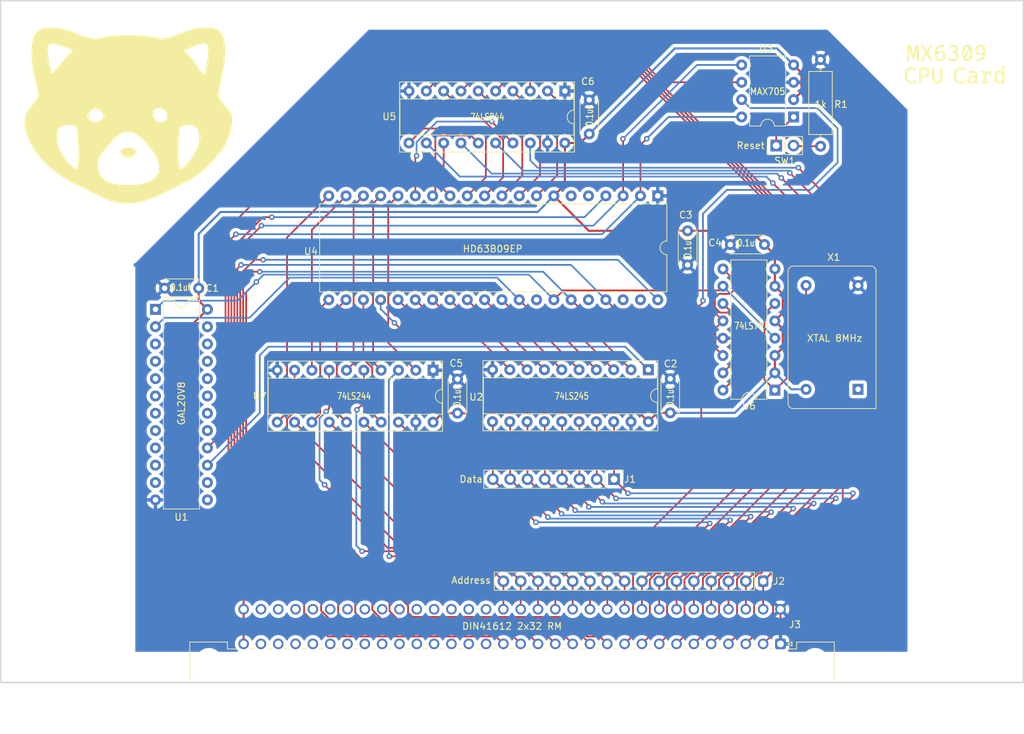
<source format=kicad_pcb>
(kicad_pcb (version 20211014) (generator pcbnew)

  (general
    (thickness 1.6)
  )

  (paper "A3")
  (layers
    (0 "F.Cu" signal)
    (31 "B.Cu" signal)
    (32 "B.Adhes" user "B.Adhesive")
    (33 "F.Adhes" user "F.Adhesive")
    (34 "B.Paste" user)
    (35 "F.Paste" user)
    (36 "B.SilkS" user "B.Silkscreen")
    (37 "F.SilkS" user "F.Silkscreen")
    (38 "B.Mask" user)
    (39 "F.Mask" user)
    (40 "Dwgs.User" user "User.Drawings")
    (41 "Cmts.User" user "User.Comments")
    (42 "Eco1.User" user "User.Eco1")
    (43 "Eco2.User" user "User.Eco2")
    (44 "Edge.Cuts" user)
    (45 "Margin" user)
    (46 "B.CrtYd" user "B.Courtyard")
    (47 "F.CrtYd" user "F.Courtyard")
    (48 "B.Fab" user)
    (49 "F.Fab" user)
    (50 "User.1" user)
    (51 "User.2" user)
    (52 "User.3" user)
    (53 "User.4" user)
    (54 "User.5" user)
    (55 "User.6" user)
    (56 "User.7" user)
    (57 "User.8" user)
    (58 "User.9" user)
  )

  (setup
    (stackup
      (layer "F.SilkS" (type "Top Silk Screen") (color "White"))
      (layer "F.Paste" (type "Top Solder Paste"))
      (layer "F.Mask" (type "Top Solder Mask") (color "#279D8578") (thickness 0.01))
      (layer "F.Cu" (type "copper") (thickness 0.035))
      (layer "dielectric 1" (type "core") (thickness 1.51) (material "FR4") (epsilon_r 4.5) (loss_tangent 0.02))
      (layer "B.Cu" (type "copper") (thickness 0.035))
      (layer "B.Mask" (type "Bottom Solder Mask") (color "#279D8578") (thickness 0.01))
      (layer "B.Paste" (type "Bottom Solder Paste"))
      (layer "B.SilkS" (type "Bottom Silk Screen") (color "White"))
      (copper_finish "None")
      (dielectric_constraints no)
    )
    (pad_to_mask_clearance 0)
    (pcbplotparams
      (layerselection 0x00010fc_ffffffff)
      (disableapertmacros false)
      (usegerberextensions false)
      (usegerberattributes true)
      (usegerberadvancedattributes true)
      (creategerberjobfile true)
      (svguseinch false)
      (svgprecision 6)
      (excludeedgelayer true)
      (plotframeref false)
      (viasonmask false)
      (mode 1)
      (useauxorigin false)
      (hpglpennumber 1)
      (hpglpenspeed 20)
      (hpglpendiameter 15.000000)
      (dxfpolygonmode true)
      (dxfimperialunits true)
      (dxfusepcbnewfont true)
      (psnegative false)
      (psa4output false)
      (plotreference true)
      (plotvalue true)
      (plotinvisibletext false)
      (sketchpadsonfab false)
      (subtractmaskfromsilk false)
      (outputformat 1)
      (mirror false)
      (drillshape 0)
      (scaleselection 1)
      (outputdirectory "gerbers/cpu_board/")
    )
  )

  (net 0 "")
  (net 1 "GND")
  (net 2 "Net-(J2-Pad1)")
  (net 3 "Net-(J2-Pad2)")
  (net 4 "Net-(J2-Pad3)")
  (net 5 "Net-(J2-Pad4)")
  (net 6 "Net-(J2-Pad5)")
  (net 7 "Net-(J2-Pad6)")
  (net 8 "Net-(J2-Pad7)")
  (net 9 "Net-(J2-Pad8)")
  (net 10 "unconnected-(J3-Pad18)")
  (net 11 "unconnected-(J3-Pad19)")
  (net 12 "unconnected-(J3-Pad20)")
  (net 13 "unconnected-(J3-Pad21)")
  (net 14 "unconnected-(J3-Pad22)")
  (net 15 "unconnected-(J3-Pad23)")
  (net 16 "VCC")
  (net 17 "unconnected-(J3-Pad24)")
  (net 18 "unconnected-(J3-Pad25)")
  (net 19 "unconnected-(J3-Pad26)")
  (net 20 "unconnected-(J3-Pad27)")
  (net 21 "unconnected-(J3-Pad28)")
  (net 22 "unconnected-(J3-Pad29)")
  (net 23 "unconnected-(J3-Pad30)")
  (net 24 "unconnected-(J3-Pad31)")
  (net 25 "unconnected-(J3-Pad34)")
  (net 26 "unconnected-(J3-Pad35)")
  (net 27 "unconnected-(J3-Pad36)")
  (net 28 "unconnected-(J3-Pad37)")
  (net 29 "unconnected-(J3-Pad38)")
  (net 30 "unconnected-(J3-Pad39)")
  (net 31 "unconnected-(J3-Pad40)")
  (net 32 "unconnected-(J3-Pad41)")
  (net 33 "unconnected-(J3-Pad42)")
  (net 34 "unconnected-(J3-Pad43)")
  (net 35 "unconnected-(J3-Pad44)")
  (net 36 "unconnected-(J3-Pad45)")
  (net 37 "unconnected-(J3-Pad46)")
  (net 38 "unconnected-(J3-Pad47)")
  (net 39 "unconnected-(U1-Pad3)")
  (net 40 "unconnected-(U1-Pad7)")
  (net 41 "Net-(SW1-Pad1)")
  (net 42 "/D0")
  (net 43 "/D1")
  (net 44 "/D2")
  (net 45 "/D3")
  (net 46 "/D4")
  (net 47 "/D5")
  (net 48 "/D6")
  (net 49 "/D7")
  (net 50 "/~{NMI}")
  (net 51 "/~{FIRQ}")
  (net 52 "/~{IRQ}")
  (net 53 "/~{RES}")
  (net 54 "/~{HALT}")
  (net 55 "/Q")
  (net 56 "/E")
  (net 57 "/R{slash}~{W}")
  (net 58 "unconnected-(U1-Pad4)")
  (net 59 "unconnected-(U1-Pad5)")
  (net 60 "unconnected-(U1-Pad6)")
  (net 61 "unconnected-(U1-Pad8)")
  (net 62 "unconnected-(U4-Pad5)")
  (net 63 "unconnected-(U4-Pad6)")
  (net 64 "unconnected-(U1-Pad9)")
  (net 65 "unconnected-(U1-Pad10)")
  (net 66 "unconnected-(U1-Pad11)")
  (net 67 "unconnected-(U1-Pad13)")
  (net 68 "unconnected-(U1-Pad14)")
  (net 69 "Net-(U1-Pad15)")
  (net 70 "Net-(U1-Pad16)")
  (net 71 "unconnected-(U1-Pad17)")
  (net 72 "unconnected-(U1-Pad18)")
  (net 73 "unconnected-(U1-Pad19)")
  (net 74 "unconnected-(U1-Pad20)")
  (net 75 "unconnected-(U1-Pad21)")
  (net 76 "unconnected-(U1-Pad22)")
  (net 77 "unconnected-(U1-Pad23)")
  (net 78 "Net-(U6-Pad1)")
  (net 79 "Net-(U6-Pad15)")
  (net 80 "Net-(U6-Pad11)")
  (net 81 "unconnected-(X1-Pad1)")
  (net 82 "Net-(J1-Pad1)")
  (net 83 "Net-(J1-Pad2)")
  (net 84 "Net-(R1-Pad2)")
  (net 85 "Net-(J1-Pad3)")
  (net 86 "Net-(J1-Pad4)")
  (net 87 "Net-(J1-Pad5)")
  (net 88 "Net-(J1-Pad6)")
  (net 89 "unconnected-(U4-Pad33)")
  (net 90 "unconnected-(U4-Pad36)")
  (net 91 "unconnected-(U4-Pad38)")
  (net 92 "unconnected-(U4-Pad39)")
  (net 93 "/A0")
  (net 94 "/A1")
  (net 95 "/A2")
  (net 96 "/A3")
  (net 97 "/A4")
  (net 98 "/A5")
  (net 99 "/A6")
  (net 100 "/A7")
  (net 101 "/A8")
  (net 102 "/A9")
  (net 103 "/A10")
  (net 104 "/A11")
  (net 105 "/A12")
  (net 106 "/A13")
  (net 107 "/A14")
  (net 108 "/A15")
  (net 109 "Net-(J1-Pad7)")
  (net 110 "Net-(J1-Pad8)")
  (net 111 "Net-(J2-Pad9)")
  (net 112 "Net-(J2-Pad10)")
  (net 113 "Net-(J2-Pad11)")
  (net 114 "Net-(J2-Pad12)")
  (net 115 "Net-(J2-Pad13)")
  (net 116 "Net-(J2-Pad14)")
  (net 117 "Net-(J2-Pad15)")
  (net 118 "Net-(J2-Pad16)")

  (footprint "Package_DIP:DIP-20_W7.62mm_Socket" (layer "F.Cu") (at 269.99 154.13 -90))

  (footprint "Capacitor_THT:C_Disc_D4.7mm_W2.5mm_P5.00mm" (layer "F.Cu") (at 275.75 138.75 90))

  (footprint "Connector_PinHeader_2.54mm:PinHeader_1x02_P2.54mm_Vertical" (layer "F.Cu") (at 288.75 121.25 90))

  (footprint "Package_DIP:DIP-40_W15.24mm" (layer "F.Cu") (at 271.375 128.625 -90))

  (footprint "Package_DIP:DIP-16_W7.62mm" (layer "F.Cu") (at 288.55 157.125 180))

  (footprint "card_bus_2_32:DIN41612_R_2x32_Male_Horizontal_THT" (layer "F.Cu") (at 248.73 153.1575 -90))

  (footprint "Package_DIP:DIP-20_W7.62mm_Socket" (layer "F.Cu") (at 257.75 113.25 -90))

  (footprint "Capacitor_THT:C_Disc_D4.7mm_W2.5mm_P5.00mm" (layer "F.Cu") (at 242 160.5 90))

  (footprint "Capacitor_THT:C_Disc_D4.7mm_W2.5mm_P5.00mm" (layer "F.Cu") (at 287.018362 135.762588 180))

  (footprint "Capacitor_THT:C_Disc_D4.7mm_W2.5mm_P5.00mm" (layer "F.Cu") (at 261.325 119.55 90))

  (footprint "Package_DIP:DIP-8_W7.62mm" (layer "F.Cu") (at 291.3 117.05 180))

  (footprint "Connector_PinHeader_2.54mm:PinHeader_1x16_P2.54mm_Vertical" (layer "F.Cu") (at 286.829421 185.147278 -90))

  (footprint "Resistor_THT:R_Axial_DIN0309_L9.0mm_D3.2mm_P12.70mm_Horizontal" (layer "F.Cu") (at 295.25 108.65 -90))

  (footprint "Capacitor_THT:C_Disc_D4.7mm_W2.5mm_P5.00mm" (layer "F.Cu") (at 273.204695 160.453389 90))

  (footprint "Package_DIP:DIP-24_W7.62mm" (layer "F.Cu") (at 197.7 145.275))

  (footprint "Package_DIP:DIP-20_W7.62mm_Socket" (layer "F.Cu") (at 238.425 154.2 -90))

  (footprint "Connector_PinHeader_2.54mm:PinHeader_1x08_P2.54mm_Vertical" (layer "F.Cu") (at 264.966646 170.185468 -90))

  (footprint "Oscillator:Oscillator_DIP-14" (layer "F.Cu") (at 300.75 157 90))

  (footprint "Capacitor_THT:C_Disc_D4.7mm_W2.5mm_P5.00mm" (layer "F.Cu") (at 204.039984 142.173489 180))

  (gr_poly
    (pts
      (xy 193.885023 121.669193)
      (xy 194.027426 121.674455)
      (xy 194.093092 121.678504)
      (xy 194.155153 121.683542)
      (xy 194.213675 121.6896)
      (xy 194.268721 121.696711)
      (xy 194.320357 121.704907)
      (xy 194.368646 121.71422)
      (xy 194.413654 121.724684)
      (xy 194.455445 121.736329)
      (xy 194.494084 121.749189)
      (xy 194.529636 121.763295)
      (xy 194.562164 121.778681)
      (xy 194.591734 121.795378)
      (xy 194.618409 121.813418)
      (xy 194.642256 121.832834)
      (xy 194.663338 121.853659)
      (xy 194.68172 121.875924)
      (xy 194.697466 121.899662)
      (xy 194.710641 121.924904)
      (xy 194.72131 121.951685)
      (xy 194.729537 121.980035)
      (xy 194.735388 122.009987)
      (xy 194.738925 122.041573)
      (xy 194.740215 122.074825)
      (xy 194.739321 122.109777)
      (xy 194.736309 122.14646)
      (xy 194.731242 122.184906)
      (xy 194.724186 122.225148)
      (xy 194.715205 122.267218)
      (xy 194.697523 122.344113)
      (xy 194.671315 122.416046)
      (xy 194.637148 122.483019)
      (xy 194.595591 122.545031)
      (xy 194.547214 122.602081)
      (xy 194.492583 122.654171)
      (xy 194.432268 122.7013)
      (xy 194.366837 122.743468)
      (xy 194.296859 122.780675)
      (xy 194.222901 122.812921)
      (xy 194.145533 122.840206)
      (xy 194.065322 122.862531)
      (xy 193.982838 122.879894)
      (xy 193.898649 122.892296)
      (xy 193.813322 122.899738)
      (xy 193.727427 122.902218)
      (xy 193.641533 122.899738)
      (xy 193.556206 122.892296)
      (xy 193.472017 122.879894)
      (xy 193.389532 122.862531)
      (xy 193.309322 122.840206)
      (xy 193.231954 122.812921)
      (xy 193.157996 122.780675)
      (xy 193.088018 122.743468)
      (xy 193.022587 122.7013)
      (xy 192.962272 122.654171)
      (xy 192.907641 122.602081)
      (xy 192.859263 122.545031)
      (xy 192.817707 122.483019)
      (xy 192.78354 122.416046)
      (xy 192.757332 122.344113)
      (xy 192.73965 122.267218)
      (xy 192.723613 122.184906)
      (xy 192.715534 122.109777)
      (xy 192.714641 122.074825)
      (xy 192.71593 122.041573)
      (xy 192.719468 122.009987)
      (xy 192.725318 121.980035)
      (xy 192.733545 121.951685)
      (xy 192.744215 121.924904)
      (xy 192.75739 121.899662)
      (xy 192.773136 121.875924)
      (xy 192.791518 121.853659)
      (xy 192.8126 121.832834)
      (xy 192.836446 121.813418)
      (xy 192.863122 121.795378)
      (xy 192.892692 121.778681)
      (xy 192.92522 121.763295)
      (xy 192.960771 121.749189)
      (xy 192.99941 121.736329)
      (xy 193.086209 121.71422)
      (xy 193.186134 121.696711)
      (xy 193.299702 121.683542)
      (xy 193.427428 121.674455)
      (xy 193.569831 121.669193)
      (xy 193.727427 121.667496)
    ) (layer "F.SilkS") (width 0.2) (fill solid) (tstamp 142cde87-b3f2-407a-913e-e130d5acf3ef))
  (gr_poly
    (pts
      (xy 316.808847 106.496837)
      (xy 316.824838 106.497534)
      (xy 316.840799 106.498594)
      (xy 316.856724 106.500015)
      (xy 316.872607 106.501796)
      (xy 316.88844 106.503937)
      (xy 316.90422 106.506436)
      (xy 316.919938 106.509292)
      (xy 316.93559 106.512504)
      (xy 316.951168 106.516071)
      (xy 316.966668 106.519992)
      (xy 316.982082 106.524266)
      (xy 316.997406 106.528893)
      (xy 317.012632 106.53387)
      (xy 317.027754 106.539197)
      (xy 317.04941 106.547884)
      (xy 317.070591 106.557374)
      (xy 317.091295 106.567668)
      (xy 317.111523 106.578765)
      (xy 317.131276 106.590666)
      (xy 317.150553 106.60337)
      (xy 317.169353 106.616878)
      (xy 317.187678 106.63119)
      (xy 317.205527 106.646305)
      (xy 317.2229 106.662223)
      (xy 317.239797 106.678946)
      (xy 317.256218 106.696472)
      (xy 317.272163 106.714801)
      (xy 317.287632 106.733934)
      (xy 317.302625 106.753871)
      (xy 317.317142 106.774611)
      (xy 317.321471 106.781097)
      (xy 317.325737 106.787624)
      (xy 317.329938 106.794193)
      (xy 317.334075 106.800804)
      (xy 317.352307 106.832123)
      (xy 317.369457 106.86401)
      (xy 317.385515 106.89644)
      (xy 317.400466 106.929382)
      (xy 317.4143 106.96281)
      (xy 317.427003 106.996694)
      (xy 317.438564 107.031006)
      (xy 317.44897 107.065718)
      (xy 317.466095 107.129648)
      (xy 317.480956 107.19672)
      (xy 317.493554 107.266934)
      (xy 317.503888 107.34029)
      (xy 317.511959 107.416789)
      (xy 317.517766 107.49643)
      (xy 317.52131 107.579213)
      (xy 317.522591 107.665139)
      (xy 317.522591 107.670623)
      (xy 317.522462 107.711354)
      (xy 317.521729 107.752071)
      (xy 317.520393 107.792769)
      (xy 317.518453 107.833441)
      (xy 317.515909 107.874079)
      (xy 317.512764 107.914678)
      (xy 317.509016 107.95523)
      (xy 317.504666 107.995728)
      (xy 317.499286 108.037266)
      (xy 317.493203 108.077826)
      (xy 317.486415 108.117406)
      (xy 317.478923 108.156008)
      (xy 317.470726 108.193631)
      (xy 317.461825 108.230275)
      (xy 317.45222 108.265941)
      (xy 317.44191 108.300628)
      (xy 317.430896 108.334336)
      (xy 317.419177 108.367065)
      (xy 317.406754 108.398815)
      (xy 317.393627 108.429587)
      (xy 317.379796 108.45938)
      (xy 317.36526 108.488195)
      (xy 317.35002 108.51603)
      (xy 317.334075 108.542887)
      (xy 317.324751 108.55803)
      (xy 317.315029 108.572892)
      (xy 317.304915 108.587466)
      (xy 317.294415 108.601745)
      (xy 317.283537 108.61572)
      (xy 317.272288 108.629386)
      (xy 317.260674 108.642735)
      (xy 317.248702 108.655759)
      (xy 317.236379 108.668452)
      (xy 317.223712 108.680806)
      (xy 317.210707 108.692814)
      (xy 317.197372 108.704469)
      (xy 317.183714 108.715763)
      (xy 317.169738 108.726689)
      (xy 317.155452 108.73724)
      (xy 317.140864 108.747409)
      (xy 317.12159 108.759592)
      (xy 317.101852 108.770989)
      (xy 317.08165 108.7816)
      (xy 317.060984 108.791425)
      (xy 317.039854 108.800464)
      (xy 317.01826 108.808717)
      (xy 316.996202 108.816184)
      (xy 316.97368 108.822865)
      (xy 316.950693 108.82876)
      (xy 316.927243 108.833869)
      (xy 316.903329 108.838192)
      (xy 316.878951 108.841729)
      (xy 316.854109 108.84448)
      (xy 316.828802 108.846445)
      (xy 316.803032 108.847624)
      (xy 316.776797 108.848017)
      (xy 316.73389 108.846945)
      (xy 316.692232 108.843726)
      (xy 316.651824 108.838362)
      (xy 316.612665 108.830852)
      (xy 316.574755 108.821197)
      (xy 316.538095 108.809396)
      (xy 316.520234 108.802691)
      (xy 316.502685 108.79545)
      (xy 316.485448 108.787672)
      (xy 316.468524 108.779358)
      (xy 316.451912 108.770507)
      (xy 316.435613 108.76112)
      (xy 316.419626 108.751197)
      (xy 316.403951 108.740737)
      (xy 316.388589 108.72974)
      (xy 316.373539 108.718208)
      (xy 316.358801 108.706138)
      (xy 316.344376 108.693533)
      (xy 316.316463 108.666713)
      (xy 316.289799 108.637747)
      (xy 316.264385 108.606635)
      (xy 316.24022 108.573378)
      (xy 316.235113 108.56584)
      (xy 316.230092 108.558246)
      (xy 316.225158 108.550594)
      (xy 316.220312 108.542886)
      (xy 316.202007 108.511487)
      (xy 316.184788 108.479514)
      (xy 316.168666 108.446997)
      (xy 316.153654 108.413965)
      (xy 316.139765 108.380445)
      (xy 316.12701 108.346466)
      (xy 316.117136 108.317197)
      (xy 316.358424 108.317197)
      (xy 316.46095 108.510674)
      (xy 316.477313 108.477536)
      (xy 316.483043 108.485406)
      (xy 316.48812 108.491969)
      (xy 316.49328 108.498364)
      (xy 316.498523 108.504591)
      (xy 316.50385 108.510649)
      (xy 316.50926 108.516538)
      (xy 316.514753 108.522259)
      (xy 316.520329 108.527812)
      (xy 316.525988 108.533196)
      (xy 316.531731 108.538412)
      (xy 316.537557 108.543459)
      (xy 316.543465 108.548338)
      (xy 316.549458 108.553048)
      (xy 316.555533 108.55759)
      (xy 316.561691 108.561964)
      (xy 316.567933 108.566168)
      (xy 316.574258 108.570205)
      (xy 316.581793 108.574694)
      (xy 316.58943 108.578987)
      (xy 316.597165 108.583082)
      (xy 316.604995 108.586978)
      (xy 316.612915 108.590674)
      (xy 316.620922 108.594168)
      (xy 316.629011 108.597459)
      (xy 316.63718 108.600546)
      (xy 316.645423 108.603426)
      (xy 316.653737 108.606098)
      (xy 316.662119 108.608562)
      (xy 316.670563 108.610816)
      (xy 316.679067 108.612857)
      (xy 316.687627 108.614686)
      (xy 316.696238 108.6163)
      (xy 316.704896 108.617698)
      (xy 316.713828 108.618993)
      (xy 316.722781 108.620112)
      (xy 316.731753 108.621055)
      (xy 316.74074 108.621822)
      (xy 316.749741 108.622412)
      (xy 316.758752 108.622825)
      (xy 316.767772 108.623062)
      (xy 316.776797 108.623122)
      (xy 316.794416 108.622741)
      (xy 316.811718 108.621597)
      (xy 316.828704 108.619692)
      (xy 316.845374 108.617024)
      (xy 316.861727 108.613594)
      (xy 316.877764 108.609402)
      (xy 316.893485 108.604447)
      (xy 316.90889 108.59873)
      (xy 316.923978 108.592251)
      (xy 316.938751 108.58501)
      (xy 316.953206 108.577007)
      (xy 316.967346 108.568241)
      (xy 316.981169 108.558713)
      (xy 316.994676 108.548423)
      (xy 317.007867 108.537371)
      (xy 317.020742 108.525556)
      (xy 317.033263 108.512918)
      (xy 317.04541 108.499395)
      (xy 317.057183 108.484986)
      (xy 317.068582 108.469692)
      (xy 317.079607 108.453513)
      (xy 317.090257 108.436449)
      (xy 317.100534 108.418499)
      (xy 317.110436 108.399664)
      (xy 317.119964 108.379944)
      (xy 317.129118 108.359339)
      (xy 317.137898 108.337849)
      (xy 317.146303 108.315473)
      (xy 317.154335 108.292212)
      (xy 317.161992 108.268066)
      (xy 317.169276 108.243035)
      (xy 317.176185 108.217119)
      (xy 317.181199 108.196378)
      (xy 317.185914 108.17557)
      (xy 317.190328 108.154699)
      (xy 317.194441 108.133768)
      (xy 317.198252 108.11278)
      (xy 317.201761 108.091738)
      (xy 317.204967 108.070646)
      (xy 317.20787 108.049506)
      (xy 317.213032 108.007745)
      (xy 317.217506 107.964384)
      (xy 317.221292 107.919423)
      (xy 317.224389 107.872863)
      (xy 317.226798 107.824702)
      (xy 317.228519 107.774942)
      (xy 317.229552 107.723582)
      (xy 317.229896 107.670622)
      (xy 317.229654 107.620438)
      (xy 317.2288 107.570324)
      (xy 317.227334 107.520265)
      (xy 317.225255 107.470249)
      (xy 317.222408 107.420194)
      (xy 317.218881 107.371979)
      (xy 317.214673 107.325626)
      (xy 317.209787 107.281155)
      (xy 317.207289 107.260866)
      (xy 317.204539 107.240612)
      (xy 317.201535 107.220395)
      (xy 317.198278 107.200218)
      (xy 317.194769 107.180083)
      (xy 317.191009 107.159994)
      (xy 317.186997 107.139951)
      (xy 317.182734 107.119958)
      (xy 317.17664 107.094155)
      (xy 317.171029 107.072682)
      (xy 316.477313 108.477536)
      (xy 316.476024 108.475765)
      (xy 316.469242 108.465961)
      (xy 316.462701 108.456)
      (xy 316.456403 108.445885)
      (xy 316.450351 108.435621)
      (xy 316.444548 108.425213)
      (xy 316.438996 108.414664)
      (xy 316.433698 108.40398)
      (xy 316.429673 108.395554)
      (xy 316.425768 108.387073)
      (xy 316.421981 108.37854)
      (xy 316.418315 108.369955)
      (xy 316.414768 108.361319)
      (xy 316.411343 108.352635)
      (xy 316.40804 108.343902)
      (xy 316.404859 108.335123)
      (xy 316.400667 108.323044)
      (xy 316.39659 108.310686)
      (xy 316.39263 108.298049)
      (xy 316.388785 108.285133)
      (xy 316.385056 108.271938)
      (xy 316.383611 108.266548)
      (xy 316.358424 108.317197)
      (xy 316.117136 108.317197)
      (xy 316.115402 108.312057)
      (xy 316.104954 108.277245)
      (xy 316.087752 108.21313)
      (xy 316.072823 108.145866)
      (xy 316.060169 108.075454)
      (xy 316.049788 108.001891)
      (xy 316.041681 107.925179)
      (xy 316.035848 107.845316)
      (xy 316.032289 107.762302)
      (xy 316.031003 107.676137)
      (xy 316.031002 107.670622)
      (xy 316.325352 107.670622)
      (xy 316.325541 107.716158)
      (xy 316.326223 107.761649)
      (xy 316.327396 107.807103)
      (xy 316.329062 107.852527)
      (xy 316.331257 107.896352)
      (xy 316.333951 107.938794)
      (xy 316.337142 107.979839)
      (xy 316.34083 108.019475)
      (xy 316.343214 108.041858)
      (xy 316.345838 108.064213)
      (xy 316.348703 108.086539)
      (xy 316.351809 108.108834)
      (xy 316.354082 108.124167)
      (xy 316.356519 108.139474)
      (xy 316.35912 108.154752)
      (xy 316.361883 108.170001)
      (xy 316.36481 108.185219)
      (xy 316.367899 108.200405)
      (xy 316.37115 108.215559)
      (xy 316.374563 108.230678)
      (xy 316.377945 108.24471)
      (xy 316.381443 108.258464)
      (xy 316.383611 108.266548)
      (xy 317.079919 106.866297)
      (xy 317.082324 106.869567)
      (xy 317.092965 106.885496)
      (xy 317.103193 106.902322)
      (xy 317.113007 106.920047)
      (xy 317.122408 106.938668)
      (xy 317.131396 106.958188)
      (xy 317.13997 106.978605)
      (xy 317.148131 106.99992)
      (xy 317.155878 107.022132)
      (xy 317.163212 107.045242)
      (xy 317.170133 107.06925)
      (xy 317.171029 107.072682)
      (xy 317.185247 107.04389)
      (xy 317.112487 106.800804)
      (xy 317.079919 106.866297)
      (xy 317.07127 106.854535)
      (xy 317.059802 106.840402)
      (xy 317.04792 106.827165)
      (xy 317.035626 106.814827)
      (xy 317.025615 106.805741)
      (xy 317.015282 106.797082)
      (xy 317.004639 106.788857)
      (xy 316.993702 106.781073)
      (xy 316.982484 106.773736)
      (xy 316.971 106.766854)
      (xy 316.959262 106.760432)
      (xy 316.947287 106.754477)
      (xy 316.935087 106.748997)
      (xy 316.922677 106.743998)
      (xy 316.910071 106.739486)
      (xy 316.897284 106.735468)
      (xy 316.884328 106.731951)
      (xy 316.871219 106.728941)
      (xy 316.85797 106.726446)
      (xy 316.844596 106.724472)
      (xy 316.836166 106.72335)
      (xy 316.827718 106.72238)
      (xy 316.819256 106.721563)
      (xy 316.810782 106.720899)
      (xy 316.802296 106.720388)
      (xy 316.793802 106.720031)
      (xy 316.785302 106.719826)
      (xy 316.776797 106.719775)
      (xy 316.75715 106.720165)
      (xy 316.737676 106.721687)
      (xy 316.71842 106.72432)
      (xy 316.699424 106.728044)
      (xy 316.680733 106.732837)
      (xy 316.662389 106.738678)
      (xy 316.644436 106.745548)
      (xy 316.626917 106.753423)
      (xy 316.609875 106.762285)
      (xy 316.593354 106.77211)
      (xy 316.577396 106.78288)
      (xy 316.562046 106.794572)
      (xy 316.547346 106.807166)
      (xy 316.53334 106.820641)
      (xy 316.520071 106.834975)
      (xy 316.507583 106.850149)
      (xy 316.498917 106.86097)
      (xy 316.490523 106.871997)
      (xy 316.482405 106.883222)
      (xy 316.474565 106.894642)
      (xy 316.467008 106.906251)
      (xy 316.459738 106.918043)
      (xy 316.452756 106.930014)
      (xy 316.446068 106.942158)
      (xy 316.43145 106.971071)
      (xy 316.417775 107.002201)
      (xy 316.405043 107.035545)
      (xy 316.393255 107.071105)
      (xy 316.382409 107.10888)
      (xy 316.372506 107.148871)
      (xy 316.363547 107.191077)
      (xy 316.355531 107.235498)
      (xy 316.348458 107.282134)
      (xy 316.342327 107.330987)
      (xy 316.337141 107.382054)
      (xy 316.332897 107.435337)
      (xy 316.329596 107.490835)
      (xy 316.327238 107.548548)
      (xy 316.325823 107.608477)
      (xy 316.325352 107.670622)
      (xy 316.031002 107.670622)
      (xy 316.032187 107.582794)
      (xy 316.03574 107.498237)
      (xy 316.041662 107.41695)
      (xy 316.049953 107.338933)
      (xy 316.060613 107.264186)
      (xy 316.073641 107.19271)
      (xy 316.081044 107.158198)
      (xy 316.089039 107.124503)
      (xy 316.097626 107.091626)
      (xy 316.106805 107.059566)
      (xy 316.117193 107.025662)
      (xy 316.128693 106.992149)
      (xy 316.141293 106.959055)
      (xy 316.154981 106.926406)
      (xy 316.169746 106.89423)
      (xy 316.185574 106.862553)
      (xy 316.202456 106.831402)
      (xy 316.220378 106.800804)
      (xy 316.244736 106.763959)
      (xy 316.270484 106.72949)
      (xy 316.29762 106.697399)
      (xy 316.326145 106.667685)
      (xy 316.35606 106.640349)
      (xy 316.387364 106.615389)
      (xy 316.420056 106.592806)
      (xy 316.454138 106.572601)
      (xy 316.489609 106.554772)
      (xy 316.526469 106.539321)
      (xy 316.564718 106.526247)
      (xy 316.604356 106.51555)
      (xy 316.645383 106.50723)
      (xy 316.687799 106.501287)
      (xy 316.731604 106.497722)
      (xy 316.776798 106.496533)
      (xy 316.792832 106.496503)
    ) (layer "F.SilkS") (width 0.05) (fill solid) (tstamp 28b84dd3-5397-4c23-82ce-c64855ddcfac))
  (gr_poly
    (pts
      (xy 311.899139 111.364257)
      (xy 311.899217 111.382161)
      (xy 311.899656 111.400053)
      (xy 311.900456 111.417929)
      (xy 311.901617 111.435784)
      (xy 311.903138 111.453611)
      (xy 311.905018 111.471405)
      (xy 311.907258 111.489161)
      (xy 311.909856 111.506873)
      (xy 311.913209 111.525742)
      (xy 311.917016 111.544122)
      (xy 311.921278 111.562013)
      (xy 311.925995 111.579414)
      (xy 311.931166 111.596325)
      (xy 311.936793 111.612746)
      (xy 311.942874 111.628678)
      (xy 311.94941 111.64412)
      (xy 311.952758 111.651586)
      (xy 311.95626 111.658974)
      (xy 311.959916 111.666281)
      (xy 311.963724 111.673504)
      (xy 311.967682 111.680642)
      (xy 311.971789 111.687693)
      (xy 311.976043 111.694653)
      (xy 311.980444 111.701521)
      (xy 311.984988 111.708294)
      (xy 311.989675 111.71497)
      (xy 311.994504 111.721547)
      (xy 311.999473 111.728023)
      (xy 312.004579 111.734395)
      (xy 312.009823 111.74066)
      (xy 312.015202 111.746817)
      (xy 312.020715 111.752864)
      (xy 312.036294 111.768483)
      (xy 312.052656 111.783095)
      (xy 312.0698 111.796698)
      (xy 312.087725 111.809295)
      (xy 312.106432 111.820883)
      (xy 312.125921 111.831464)
      (xy 312.146192 111.841037)
      (xy 312.167245 111.849602)
      (xy 312.18908 111.85716)
      (xy 312.211696 111.86371)
      (xy 312.235095 111.869252)
      (xy 312.259275 111.873787)
      (xy 312.284237 111.877314)
      (xy 312.309981 111.879833)
      (xy 312.336507 111.881345)
      (xy 312.363814 111.881848)
      (xy 312.387966 111.881462)
      (xy 312.411507 111.880301)
      (xy 312.434438 111.878367)
      (xy 312.456757 111.87566)
      (xy 312.478466 111.872179)
      (xy 312.499564 111.867924)
      (xy 312.520051 111.862895)
      (xy 312.539927 111.857093)
      (xy 312.559193 111.850518)
      (xy 312.577847 111.843169)
      (xy 312.595891 111.835046)
      (xy 312.613324 111.826149)
      (xy 312.630147 111.816479)
      (xy 312.646358 111.806036)
      (xy 312.661959 111.794819)
      (xy 312.676948 111.782828)
      (xy 312.681095 111.779284)
      (xy 312.68519 111.775681)
      (xy 312.689233 111.77202)
      (xy 312.693221 111.768302)
      (xy 312.697156 111.764526)
      (xy 312.701037 111.760695)
      (xy 312.704862 111.756807)
      (xy 312.708632 111.752864)
      (xy 312.71587 111.744786)
      (xy 312.722879 111.736527)
      (xy 312.729657 111.728091)
      (xy 312.7362 111.719485)
      (xy 312.742505 111.710712)
      (xy 312.74857 111.701779)
      (xy 312.754392 111.69269)
      (xy 312.759968 111.683449)
      (xy 312.765294 111.674063)
      (xy 312.770368 111.664536)
      (xy 312.775186 111.654873)
      (xy 312.779747 111.645079)
      (xy 312.784047 111.63516)
      (xy 312.788082 111.62512)
      (xy 312.791851 111.614964)
      (xy 312.795349 111.604697)
      (xy 312.800455 111.589019)
      (xy 312.805155 111.572906)
      (xy 312.809451 111.556359)
      (xy 312.813341 111.539378)
      (xy 312.816826 111.521963)
      (xy 312.819906 111.504114)
      (xy 312.822581 111.485831)
      (xy 312.82485 111.467114)
      (xy 312.826124 111.454295)
      (xy 312.827222 111.441461)
      (xy 312.828146 111.428614)
      (xy 312.828896 111.415757)
      (xy 312.82947 111.402891)
      (xy 312.829869 111.390018)
      (xy 312.830093 111.377139)
      (xy 312.830142 111.364257)
      (xy 312.830142 109.814791)
      (xy 313.11953 109.814791)
      (xy 313.11953 111.354335)
      (xy 313.119165 111.382854)
      (xy 313.11807 111.410947)
      (xy 313.116246 111.438613)
      (xy 313.113692 111.465853)
      (xy 313.110409 111.492667)
      (xy 313.106396 111.519054)
      (xy 313.101653 111.545015)
      (xy 313.09618 111.57055)
      (xy 313.089978 111.595658)
      (xy 313.083046 111.62034)
      (xy 313.075385 111.644595)
      (xy 313.066994 111.668425)
      (xy 313.057873 111.691828)
      (xy 313.048022 111.714804)
      (xy 313.037442 111.737355)
      (xy 313.026132 111.759478)
      (xy 313.014153 111.781086)
      (xy 313.001579 111.802086)
      (xy 312.988411 111.822478)
      (xy 312.97465 111.842264)
      (xy 312.960295 111.861442)
      (xy 312.945346 111.880014)
      (xy 312.929804 111.897978)
      (xy 312.913668 111.915335)
      (xy 312.896938 111.932084)
      (xy 312.879614 111.948227)
      (xy 312.861696 111.963762)
      (xy 312.843185 111.97869)
      (xy 312.82408 111.993011)
      (xy 312.804381 112.006724)
      (xy 312.784089 112.019831)
      (xy 312.763203 112.03233)
      (xy 312.741775 112.044144)
      (xy 312.719877 112.055197)
      (xy 312.697507 112.065487)
      (xy 312.674666 112.075015)
      (xy 312.651354 112.08378)
      (xy 312.62757 112.091784)
      (xy 312.603316 112.099025)
      (xy 312.578589 112.105504)
      (xy 312.553392 112.111221)
      (xy 312.527723 112.116175)
      (xy 312.501583 112.120367)
      (xy 312.474972 112.123798)
      (xy 312.44789 112.126465)
      (xy 312.420336 112.128371)
      (xy 312.392311 112.129514)
      (xy 312.363814 112.129895)
      (xy 312.334724 112.129511)
      (xy 312.306157 112.128359)
      (xy 312.278113 112.126437)
      (xy 312.250593 112.123748)
      (xy 312.223596 112.12029)
      (xy 312.197123 112.116064)
      (xy 312.171174 112.111069)
      (xy 312.145748 112.105306)
      (xy 312.120845 112.098774)
      (xy 312.096466 112.091474)
      (xy 312.07261 112.083405)
      (xy 312.049278 112.074568)
      (xy 312.026469 112.064963)
      (xy 312.004184 112.054589)
      (xy 311.982423 112.043447)
      (xy 311.961184 112.031536)
      (xy 311.940507 112.018933)
      (xy 311.920443 112.005729)
      (xy 311.900993 111.991925)
      (xy 311.882157 111.97752)
      (xy 311.863934 111.962515)
      (xy 311.846326 111.946909)
      (xy 311.829332 111.930703)
      (xy 311.812952 111.913896)
      (xy 311.797185 111.896489)
      (xy 311.782033 111.878481)
      (xy 311.767494 111.859873)
      (xy 311.753569 111.840664)
      (xy 311.740258 111.820855)
      (xy 311.727561 111.800446)
      (xy 311.715478 111.779436)
      (xy 311.704009 111.757825)
      (xy 311.696509 111.742488)
      (xy 311.689337 111.727009)
      (xy 311.682495 111.711394)
      (xy 311.675986 111.695647)
      (xy 311.66981 111.679775)
      (xy 311.66397 111.663782)
      (xy 311.658466 111.647674)
      (xy 311.653301 111.631456)
      (xy 311.648477 111.615133)
      (xy 311.643994 111.598712)
      (xy 311.639855 111.582196)
      (xy 311.636061 111.565593)
      (xy 311.632614 111.548906)
      (xy 311.629515 111.532142)
      (xy 311.626766 111.515305)
      (xy 311.62437 111.498401)
      (xy 311.622075 111.48048)
      (xy 311.62009 111.462526)
      (xy 311.618416 111.444543)
      (xy 311.617053 111.426535)
      (xy 311.616 111.408507)
      (xy 311.615259 111.390461)
      (xy 311.61483 111.372403)
      (xy 311.614713 111.354336)
      (xy 311.614712 109.814791)
      (xy 311.899139 109.814791)
    ) (layer "F.SilkS") (width 0.05) (fill solid) (tstamp 57b61d46-59b2-4795-9c30-da816874e19b))
  (gr_poly
    (pts
      (xy 320.088503 110.312707)
      (xy 320.105959 110.313212)
      (xy 320.122924 110.314055)
      (xy 320.1394 110.315234)
      (xy 320.155385 110.31675)
      (xy 320.170881 110.318603)
      (xy 320.185887 110.320793)
      (xy 320.200403 110.32332)
      (xy 320.214696 110.32609)
      (xy 320.229068 110.329042)
      (xy 320.243519 110.332176)
      (xy 320.258049 110.335491)
      (xy 320.272657 110.338989)
      (xy 320.287343 110.342668)
      (xy 320.302108 110.346529)
      (xy 320.316952 110.350572)
      (xy 320.277264 110.93927)
      (xy 320.049061 110.93927)
      (xy 320.049061 110.568984)
      (xy 320.049325 110.568986)
      (xy 320.06401 110.569383)
      (xy 320.078232 110.570044)
      (xy 320.091991 110.57097)
      (xy 320.097604 110.571426)
      (xy 320.103212 110.571943)
      (xy 320.108812 110.572522)
      (xy 320.114406 110.573161)
      (xy 320.119993 110.573862)
      (xy 320.125572 110.574623)
      (xy 320.131142 110.575445)
      (xy 320.136704 110.576328)
      (xy 320.148379 110.578366)
      (xy 320.160385 110.580644)
      (xy 320.172721 110.583162)
      (xy 320.185389 110.585919)
      (xy 320.198074 110.588889)
      (xy 320.210725 110.591996)
      (xy 320.223341 110.595239)
      (xy 320.235923 110.598619)
      (xy 320.316952 110.350572)
      (xy 320.077174 110.350572)
      (xy 320.049061 110.560585)
      (xy 320.049061 110.568984)
      (xy 320.034178 110.568854)
      (xy 320.010204 110.569145)
      (xy 319.986385 110.570644)
      (xy 319.962763 110.573334)
      (xy 319.939378 110.577197)
      (xy 319.916273 110.582216)
      (xy 319.893489 110.588375)
      (xy 319.871068 110.595657)
      (xy 319.849052 110.604043)
      (xy 319.827481 110.613518)
      (xy 319.806398 110.624065)
      (xy 319.785844 110.635665)
      (xy 319.765861 110.648303)
      (xy 319.74649 110.661961)
      (xy 319.727773 110.676622)
      (xy 319.709752 110.692268)
      (xy 319.692468 110.708884)
      (xy 319.691343 110.709974)
      (xy 319.690221 110.711066)
      (xy 319.674993 110.726898)
      (xy 319.660281 110.743189)
      (xy 319.646094 110.759925)
      (xy 319.632443 110.777094)
      (xy 319.619338 110.794683)
      (xy 319.606788 110.812679)
      (xy 319.594804 110.831069)
      (xy 319.583394 110.849841)
      (xy 319.565773 110.880595)
      (xy 319.548792 110.912961)
      (xy 319.532452 110.946939)
      (xy 319.516752 110.98253)
      (xy 319.501694 111.019732)
      (xy 319.487276 111.058548)
      (xy 319.473499 111.098975)
      (xy 319.460363 111.141015)
      (xy 319.460363 111.878541)
      (xy 319.814243 111.878541)
      (xy 319.814243 112.091861)
      (xy 318.911353 112.091861)
      (xy 318.911353 111.878541)
      (xy 319.18255 111.878541)
      (xy 319.18255 110.563893)
      (xy 318.911353 110.563893)
      (xy 318.911353 110.350572)
      (xy 319.394217 110.350572)
      (xy 319.445481 110.76233)
      (xy 319.455264 110.741776)
      (xy 319.465441 110.721421)
      (xy 319.476007 110.70127)
      (xy 319.486961 110.681329)
      (xy 319.498298 110.661604)
      (xy 319.510015 110.6421)
      (xy 319.52211 110.622823)
      (xy 319.53458 110.603778)
      (xy 319.552378 110.578287)
      (xy 319.561454 110.565945)
      (xy 319.570649 110.553871)
      (xy 319.579962 110.542067)
      (xy 319.589394 110.53053)
      (xy 319.598944 110.519263)
      (xy 319.608612 110.508264)
      (xy 319.618399 110.497534)
      (xy 319.628304 110.487073)
      (xy 319.638327 110.47688)
      (xy 319.648469 110.466956)
      (xy 319.658729 110.457301)
      (xy 319.669107 110.447914)
      (xy 319.679604 110.438796)
      (xy 319.690219 110.429947)
      (xy 319.701168 110.421404)
      (xy 319.712334 110.413179)
      (xy 319.723711 110.405276)
      (xy 319.735292 110.397699)
      (xy 319.747069 110.390451)
      (xy 319.759035 110.383536)
      (xy 319.771184 110.376956)
      (xy 319.783507 110.370716)
      (xy 319.795998 110.364819)
      (xy 319.80865 110.359269)
      (xy 319.821455 110.354069)
      (xy 319.834406 110.349222)
      (xy 319.847497 110.344732)
      (xy 319.86072 110.340603)
      (xy 319.874067 110.336838)
      (xy 319.887533 110.333441)
      (xy 319.905952 110.329111)
      (xy 319.924765 110.325284)
      (xy 319.94397 110.321959)
      (xy 319.963568 110.319137)
      (xy 319.983558 110.316816)
      (xy 320.003941 110.314998)
      (xy 320.024717 110.313683)
      (xy 320.045885 110.312869)
      (xy 320.052054 110.312725)
      (xy 320.058221 110.312621)
      (xy 320.064389 110.312559)
      (xy 320.070558 110.312539)
    ) (layer "F.SilkS") (width 0.05) (fill solid) (tstamp 6023e93e-2a70-480a-b193-2816ad43317a))
  (gr_poly
    (pts
      (xy 308.845912 108.092301)
      (xy 309.198138 106.532913)
      (xy 309.601628 106.532913)
      (xy 309.730612 108.809984)
      (xy 309.454453 108.809984)
      (xy 309.383347 107.621012)
      (xy 309.373425 107.376273)
      (xy 309.371151 107.314881)
      (xy 309.369291 107.25473)
      (xy 309.367844 107.195819)
      (xy 309.36681 107.138148)
      (xy 309.36557 107.030247)
      (xy 309.365156 106.934749)
      (xy 309.365156 106.795843)
      (xy 308.981511 108.401533)
      (xy 308.693776 108.401533)
      (xy 308.282018 106.795843)
      (xy 308.282845 106.822661)
      (xy 308.283672 106.855159)
      (xy 308.285326 106.937197)
      (xy 308.286781 107.036647)
      (xy 308.287839 107.14807)
      (xy 308.288034 107.207134)
      (xy 308.287823 107.266917)
      (xy 308.287207 107.32742)
      (xy 308.286186 107.388642)
      (xy 308.284815 107.448069)
      (xy 308.283077 107.507482)
      (xy 308.281093 107.562599)
      (xy 308.278713 107.61768)
      (xy 308.217526 108.809984)
      (xy 307.947982 108.809984)
      (xy 308.076966 106.532913)
      (xy 308.477149 106.532913)
    ) (layer "F.SilkS") (width 0.05) (fill solid) (tstamp 6bc9e981-2068-4dee-9be2-0b0b4bc06971))
  (gr_poly
    (pts
      (xy 310.823672 107.407692)
      (xy 311.324727 106.532913)
      (xy 311.635612 106.532913)
      (xy 310.989036 107.581325)
      (xy 311.713333 108.809984)
      (xy 311.384258 108.809984)
      (xy 310.817057 107.781416)
      (xy 310.243242 108.809984)
      (xy 309.934011 108.809984)
      (xy 310.648385 107.596208)
      (xy 309.995196 106.532913)
      (xy 310.324271 106.532913)
    ) (layer "F.SilkS") (width 0.05) (fill solid) (tstamp 76d5b6f8-028a-4542-ba30-6f4ace683b41))
  (gr_poly
    (pts
      (xy 318.75 106.5)
      (xy 318.773531 106.500782)
      (xy 318.797025 106.502187)
      (xy 318.820469 106.504212)
      (xy 318.843851 106.506856)
      (xy 318.86716 106.510119)
      (xy 318.890382 106.513998)
      (xy 318.913506 106.518494)
      (xy 318.928648 106.52178)
      (xy 318.943688 106.525436)
      (xy 318.958619 106.52946)
      (xy 318.973435 106.533848)
      (xy 318.988129 106.538598)
      (xy 319.002695 106.543707)
      (xy 319.017126 106.549172)
      (xy 319.031415 106.554991)
      (xy 319.045557 106.561161)
      (xy 319.059544 106.567679)
      (xy 319.07337 106.574542)
      (xy 319.087028 106.581748)
      (xy 319.100513 106.589294)
      (xy 319.113817 106.597176)
      (xy 319.126933 106.605393)
      (xy 319.139856 106.613942)
      (xy 319.156606 106.625997)
      (xy 319.172942 106.63855)
      (xy 319.188854 106.651587)
      (xy 319.204334 106.665098)
      (xy 319.21937 106.679072)
      (xy 319.233953 106.693498)
      (xy 319.248073 106.708363)
      (xy 319.261721 106.723656)
      (xy 319.274886 106.739367)
      (xy 319.287559 106.755484)
      (xy 319.29973 106.771995)
      (xy 319.31139 106.788889)
      (xy 319.322527 106.806155)
      (xy 319.333134 106.823781)
      (xy 319.343199 106.841757)
      (xy 319.352713 106.86007)
      (xy 319.357422 106.869419)
      (xy 319.362013 106.878825)
      (xy 319.366485 106.888288)
      (xy 319.370837 106.897805)
      (xy 319.375069 106.907377)
      (xy 319.379182 106.917001)
      (xy 319.383173 106.926677)
      (xy 319.387042 106.936403)
      (xy 319.396959 106.962751)
      (xy 319.406235 106.989707)
      (xy 319.414872 107.01727)
      (xy 319.422869 107.04544)
      (xy 319.430226 107.074217)
      (xy 319.436944 107.103602)
      (xy 319.443022 107.133594)
      (xy 319.44846 107.164193)
      (xy 319.453258 107.195399)
      (xy 319.457416 107.227212)
      (xy 319.460935 107.259633)
      (xy 319.463814 107.29266)
      (xy 319.466053 107.326295)
      (xy 319.467653 107.360537)
      (xy 319.468612 107.395387)
      (xy 319.468932 107.430843)
      (xy 319.468846 107.461289)
      (xy 319.468433 107.491727)
      (xy 319.467691 107.522156)
      (xy 319.466623 107.552573)
      (xy 319.465226 107.582976)
      (xy 319.463503 107.613363)
      (xy 319.461452 107.643731)
      (xy 319.459074 107.674078)
      (xy 319.454527 107.721022)
      (xy 319.449121 107.766685)
      (xy 319.442854 107.811065)
      (xy 319.435727 107.854162)
      (xy 319.42774 107.895976)
      (xy 319.418893 107.936507)
      (xy 319.409186 107.975755)
      (xy 319.398619 108.01372)
      (xy 319.389538 108.043286)
      (xy 319.379855 108.072238)
      (xy 319.369572 108.100577)
      (xy 319.358688 108.128301)
      (xy 319.347202 108.155412)
      (xy 319.335116 108.181908)
      (xy 319.322429 108.207791)
      (xy 319.30914 108.23306)
      (xy 319.295251 108.257714)
      (xy 319.280761 108.281755)
      (xy 319.265669 108.305182)
      (xy 319.249977 108.327995)
      (xy 319.233684 108.350195)
      (xy 319.216789 108.37178)
      (xy 319.199294 108.392751)
      (xy 319.181197 108.413109)
      (xy 319.169079 108.425972)
      (xy 319.156762 108.438634)
      (xy 319.144248 108.451093)
      (xy 319.131541 108.463346)
      (xy 319.118643 108.475391)
      (xy 319.105557 108.487227)
      (xy 319.092284 108.49885)
      (xy 319.078829 108.510259)
      (xy 319.065193 108.521451)
      (xy 319.051379 108.532425)
      (xy 319.037389 108.543178)
      (xy 319.023227 108.553708)
      (xy 319.008894 108.564013)
      (xy 318.994394 108.57409)
      (xy 318.979729 108.583938)
      (xy 318.964901 108.593555)
      (xy 318.945456 108.605827)
      (xy 318.925819 108.617779)
      (xy 318.905992 108.629409)
      (xy 318.885981 108.640715)
      (xy 318.865789 108.651694)
      (xy 318.84542 108.662345)
      (xy 318.824878 108.672665)
      (xy 318.804167 108.682653)
      (xy 318.753757 108.705853)
      (xy 318.701285 108.728558)
      (xy 318.64675 108.750766)
      (xy 318.590152 108.772479)
      (xy 318.531491 108.793695)
      (xy 318.470767 108.814415)
      (xy 318.40798 108.834639)
      (xy 318.34313 108.854367)
      (xy 318.299213 108.867114)
      (xy 318.255174 108.879432)
      (xy 318.255172 108.879433)
      (xy 318.255169 108.879433)
      (xy 318.255165 108.879434)
      (xy 318.255156 108.879437)
      (xy 318.190664 108.66777)
      (xy 318.255529 108.648898)
      (xy 318.318131 108.629323)
      (xy 318.378469 108.609045)
      (xy 318.436544 108.588064)
      (xy 318.492356 108.566381)
      (xy 318.545904 108.543995)
      (xy 318.597189 108.520906)
      (xy 318.64621 108.497114)
      (xy 318.667346 108.486284)
      (xy 318.688317 108.475144)
      (xy 318.70912 108.463694)
      (xy 318.729754 108.451936)
      (xy 318.756725 108.435925)
      (xy 318.783138 108.419055)
      (xy 318.808973 108.401342)
      (xy 318.834211 108.382801)
      (xy 318.858831 108.363448)
      (xy 318.882813 108.343296)
      (xy 318.906138 108.322362)
      (xy 318.928785 108.300661)
      (xy 318.937932 108.291376)
      (xy 318.946923 108.281949)
      (xy 318.955757 108.27238)
      (xy 318.964431 108.262673)
      (xy 318.972944 108.252829)
      (xy 318.981295 108.24285)
      (xy 318.989482 108.232738)
      (xy 318.997503 108.222495)
      (xy 319.005357 108.212124)
      (xy 319.013042 108.201626)
      (xy 319.020557 108.191003)
      (xy 319.0279 108.180257)
      (xy 319.035069 108.169391)
      (xy 319.042063 108.158407)
      (xy 319.048881 108.147305)
      (xy 319.05552 108.13609)
      (xy 319.067977 108.11371)
      (xy 319.07975 108.090707)
      (xy 319.090839 108.067082)
      (xy 319.101244 108.042832)
      (xy 319.110964 108.01796)
      (xy 319.12 107.992464)
      (xy 319.128352 107.966346)
      (xy 319.13602 107.939604)
      (xy 319.143004 107.912238)
      (xy 319.149303 107.88425)
      (xy 319.154918 107.855638)
      (xy 319.159849 107.826403)
      (xy 319.164096 107.796545)
      (xy 319.167659 107.766064)
      (xy 319.170537 107.734959)
      (xy 319.172732 107.703231)
      (xy 319.172777 107.702389)
      (xy 319.179951 107.693624)
      (xy 319.193367 107.676435)
      (xy 319.20646 107.658846)
      (xy 319.219231 107.640856)
      (xy 319.220887 107.399422)
      (xy 319.213979 107.409438)
      (xy 319.206994 107.4194)
      (xy 319.193868 107.437685)
      (xy 319.180652 107.455515)
      (xy 319.17942 107.457124)
      (xy 319.17961 107.483448)
      (xy 319.179591 107.492691)
      (xy 319.179544 107.50195)
      (xy 319.174584 107.6607)
      (xy 319.174235 107.671339)
      (xy 319.17381 107.681972)
      (xy 319.173309 107.692603)
      (xy 319.172777 107.702389)
      (xy 319.166211 107.710412)
      (xy 319.152149 107.7268)
      (xy 319.137764 107.742788)
      (xy 319.123055 107.758375)
      (xy 319.108024 107.773561)
      (xy 319.09267 107.788347)
      (xy 319.076993 107.802732)
      (xy 319.060992 107.816717)
      (xy 319.044669 107.830302)
      (xy 319.028023 107.843486)
      (xy 319.011053 107.856269)
      (xy 318.993761 107.868652)
      (xy 318.976146 107.880635)
      (xy 318.958169 107.892049)
      (xy 318.939791 107.902726)
      (xy 318.921013 107.912668)
      (xy 318.901835 107.921872)
      (xy 318.882256 107.930341)
      (xy 318.862276 107.938073)
      (xy 318.841896 107.945069)
      (xy 318.821116 107.951328)
      (xy 318.799935 107.956851)
      (xy 318.778354 107.961637)
      (xy 318.756372 107.965688)
      (xy 318.733989 107.969001)
      (xy 318.711207 107.971579)
      (xy 318.688023 107.97342)
      (xy 318.66444 107.974524)
      (xy 318.640455 107.974892)
      (xy 318.61574 107.974632)
      (xy 318.591071 107.973504)
      (xy 318.566473 107.971512)
      (xy 318.541967 107.96866)
      (xy 318.517577 107.964949)
      (xy 318.493325 107.960383)
      (xy 318.469233 107.954965)
      (xy 318.445324 107.948699)
      (xy 318.426728 107.943049)
      (xy 318.408338 107.936807)
      (xy 318.390168 107.929978)
      (xy 318.372233 107.922569)
      (xy 318.354546 107.914586)
      (xy 318.33712 107.906034)
      (xy 318.319971 107.89692)
      (xy 318.303112 107.887249)
      (xy 318.285941 107.876576)
      (xy 318.269172 107.865355)
      (xy 318.252816 107.853598)
      (xy 318.236885 107.841317)
      (xy 318.221391 107.828525)
      (xy 318.206345 107.815233)
      (xy 318.191759 107.801453)
      (xy 318.177644 107.787199)
      (xy 318.164013 107.772481)
      (xy 318.150877 107.757313)
      (xy 318.138247 107.741707)
      (xy 318.126136 107.725674)
      (xy 318.114556 107.709227)
      (xy 318.103516 107.692379)
      (xy 318.093031 107.675141)
      (xy 318.08311 107.657525)
      (xy 318.080389 107.652562)
      (xy 318.077707 107.647579)
      (xy 318.075064 107.642575)
      (xy 318.072461 107.63755)
      (xy 318.062702 107.617797)
      (xy 318.053549 107.597563)
      (xy 318.045001 107.57685)
      (xy 318.03706 107.555657)
      (xy 318.029726 107.533983)
      (xy 318.022997 107.51183)
      (xy 318.016875 107.489196)
      (xy 318.011358 107.466082)
      (xy 318.006448 107.442489)
      (xy 318.002144 107.418415)
      (xy 317.998447 107.393861)
      (xy 317.995355 107.368827)
      (xy 317.99287 107.343313)
      (xy 317.990991 107.317319)
      (xy 317.989718 107.290845)
      (xy 317.989051 107.263891)
      (xy 317.988976 107.25721)
      (xy 318.276652 107.25721)
      (xy 318.277077 107.288911)
      (xy 318.278349 107.319521)
      (xy 318.280469 107.349039)
      (xy 318.283437 107.377467)
      (xy 318.287253 107.404805)
      (xy 318.291917 107.431051)
      (xy 318.297429 107.456206)
      (xy 318.303789 107.48027)
      (xy 318.310997 107.503244)
      (xy 318.319054 107.525127)
      (xy 318.327958 107.545918)
      (xy 318.33771 107.565619)
      (xy 318.34831 107.584229)
      (xy 318.359758 107.601748)
      (xy 318.372055 107.618177)
      (xy 318.385199 107.633514)
      (xy 318.385925 107.634275)
      (xy 318.386654 107.635034)
      (xy 318.396679 107.645307)
      (xy 318.407075 107.655145)
      (xy 318.417827 107.664542)
      (xy 318.428921 107.673489)
      (xy 318.440342 107.681979)
      (xy 318.452076 107.690002)
      (xy 318.464107 107.697552)
      (xy 318.476421 107.70462)
      (xy 318.489004 107.711198)
      (xy 318.50184 107.717278)
      (xy 318.514916 107.722852)
      (xy 318.528217 107.727912)
      (xy 318.541727 107.73245)
      (xy 318.555433 107.736458)
      (xy 318.569319 107.739929)
      (xy 318.583371 107.742853)
      (xy 318.596775 107.745366)
      (xy 318.610232 107.747535)
      (xy 318.623735 107.74936)
      (xy 318.637278 107.750841)
      (xy 318.650855 107.751976)
      (xy 318.664458 107.752765)
      (xy 318.678081 107.753208)
      (xy 318.691717 107.753304)
      (xy 318.712806 107.753057)
      (xy 318.733838 107.751934)
      (xy 318.754788 107.749939)
      (xy 318.775628 107.747078)
      (xy 318.79633 107.743353)
      (xy 318.816869 107.73877)
      (xy 318.837217 107.733332)
      (xy 318.857348 107.727044)
      (xy 318.866021 107.72396)
      (xy 318.874623 107.720701)
      (xy 318.883151 107.717267)
      (xy 318.891601 107.713661)
      (xy 318.899972 107.709882)
      (xy 318.908261 107.705934)
      (xy 318.916465 107.701816)
      (xy 318.924582 107.697532)
      (xy 318.932609 107.693081)
      (xy 318.940544 107.688465)
      (xy 318.948384 107.683686)
      (xy 318.956126 107.678746)
      (xy 318.963768 107.673645)
      (xy 318.971307 107.668384)
      (xy 318.978741 107.662967)
      (xy 318.986067 107.657392)
      (xy 319.000557 107.645929)
      (xy 319.014956 107.63401)
      (xy 319.029264 107.621636)
      (xy 319.043482 107.608808)
      (xy 319.057608 107.595525)
      (xy 319.071643 107.581788)
      (xy 319.085588 107.567595)
      (xy 319.099441 107.552948)
      (xy 319.113203 107.537846)
      (xy 319.126875 107.52229)
      (xy 319.140455 107.506278)
      (xy 319.153945 107.489812)
      (xy 319.167344 107.472891)
      (xy 319.17942 107.457124)
      (xy 319.179293 107.439653)
      (xy 319.178341 107.397282)
      (xy 319.176754 107.356334)
      (xy 319.174533 107.31681)
      (xy 319.171678 107.278709)
      (xy 319.168188 107.24203)
      (xy 319.164063 107.206774)
      (xy 319.159304 107.17294)
      (xy 319.156808 107.156941)
      (xy 319.154062 107.140986)
      (xy 319.151068 107.125077)
      (xy 319.147825 107.109218)
      (xy 319.144334 107.093412)
      (xy 319.140597 107.077661)
      (xy 319.136613 107.061969)
      (xy 319.132383 107.046339)
      (xy 319.128598 107.033272)
      (xy 319.124552 107.020288)
      (xy 319.120247 107.00739)
      (xy 319.115684 106.994584)
      (xy 319.110863 106.981871)
      (xy 319.105788 106.969258)
      (xy 319.100458 106.956746)
      (xy 319.094876 106.944341)
      (xy 319.08928 106.932785)
      (xy 319.083502 106.921567)
      (xy 319.077543 106.910686)
      (xy 319.071404 106.900143)
      (xy 319.065083 106.889937)
      (xy 319.058582 106.880068)
      (xy 319.0519 106.870537)
      (xy 319.045036 106.861344)
      (xy 319.037992 106.852488)
      (xy 319.030767 106.843969)
      (xy 319.023362 106.835788)
      (xy 319.015775 106.827944)
      (xy 319.008008 106.820438)
      (xy 319.000059 106.813269)
      (xy 318.99193 106.806438)
      (xy 318.98362 106.799944)
      (xy 318.975856 106.794358)
      (xy 318.967957 106.788985)
      (xy 318.959927 106.783829)
      (xy 318.951771 106.77889)
      (xy 318.943494 106.774171)
      (xy 318.935099 106.769674)
      (xy 318.926591 106.765402)
      (xy 318.917976 106.761355)
      (xy 318.909257 106.757537)
      (xy 318.900439 106.753949)
      (xy 318.891527 106.750593)
      (xy 318.882524 106.747471)
      (xy 318.873437 106.744586)
      (xy 318.864268 106.74194)
      (xy 318.855023 106.739534)
      (xy 318.845706 106.73737)
      (xy 318.832725 106.734584)
      (xy 318.819479 106.732145)
      (xy 318.805969 106.730053)
      (xy 318.792194 106.728308)
      (xy 318.778154 106.726911)
      (xy 318.76385 106.725861)
      (xy 318.749282 106.725158)
      (xy 318.734449 106.724802)
      (xy 318.730447 106.724757)
      (xy 318.726445 106.724736)
      (xy 318.709569 106.724843)
      (xy 318.692714 106.725444)
      (xy 318.675891 106.726538)
      (xy 318.659111 106.728123)
      (xy 318.642384 106.730198)
      (xy 318.625722 106.732763)
      (xy 318.609135 106.735815)
      (xy 318.592633 106.739354)
      (xy 318.579677 106.742639)
      (xy 318.566987 106.746258)
      (xy 318.554562 106.750213)
      (xy 318.542403 106.754502)
      (xy 318.530509 106.759126)
      (xy 318.518881 106.764085)
      (xy 318.507519 106.769378)
      (xy 318.496423 106.775007)
      (xy 318.485592 106.780971)
      (xy 318.475026 106.787269)
      (xy 318.464727 106.793902)
      (xy 318.454693 106.80087)
      (xy 318.444924 106.808173)
      (xy 318.435421 106.815811)
      (xy 318.426184 106.823783)
      (xy 318.417213 106.832091)
      (xy 318.413741 106.835464)
      (xy 318.410316 106.838884)
      (xy 318.406937 106.842348)
      (xy 318.403605 106.845858)
      (xy 318.40032 106.849411)
      (xy 318.397083 106.853009)
      (xy 318.393895 106.856651)
      (xy 318.390755 106.860335)
      (xy 318.376938 106.877776)
      (xy 318.364012 106.896199)
      (xy 318.351978 106.915603)
      (xy 318.340835 106.935989)
      (xy 318.330584 106.957358)
      (xy 318.321224 106.979708)
      (xy 318.312755 107.00304)
      (xy 318.305178 107.027353)
      (xy 318.298493 107.052649)
      (xy 318.292698 107.078926)
      (xy 318.287795 107.106186)
      (xy 318.283784 107.134427)
      (xy 318.280664 107.16365)
      (xy 318.278435 107.193855)
      (xy 318.277098 107.225042)
      (xy 318.276652 107.25721)
      (xy 317.988976 107.25721)
      (xy 317.988957 107.255591)
      (xy 317.988919 107.247291)
      (xy 317.989307 107.217202)
      (xy 317.99047 107.187707)
      (xy 317.992408 107.158807)
      (xy 317.995121 107.130501)
      (xy 317.998609 107.102789)
      (xy 318.002872 107.075671)
      (xy 318.00791 107.049148)
      (xy 318.013724 107.02322)
      (xy 318.020313 106.997885)
      (xy 318.027676 106.973145)
      (xy 318.035815 106.948999)
      (xy 318.04473 106.925448)
      (xy 318.054419 106.90249)
      (xy 318.064883 106.880127)
      (xy 318.076123 106.858359)
      (xy 318.088138 106.837184)
      (xy 318.100805 106.816627)
      (xy 318.114002 106.796708)
      (xy 318.127728 106.777429)
      (xy 318.141985 106.758789)
      (xy 318.15677 106.740788)
      (xy 318.172086 106.723427)
      (xy 318.187931 106.706705)
      (xy 318.204306 106.690622)
      (xy 318.221211 106.675178)
      (xy 318.238645 106.660373)
      (xy 318.256609 106.646208)
      (xy 318.275103 106.632682)
      (xy 318.294126 106.619795)
      (xy 318.313679 106.607548)
      (xy 318.333762 106.595939)
      (xy 318.354374 106.58497)
      (xy 318.372429 106.576153)
      (xy 318.390682 106.567808)
      (xy 318.409123 106.559939)
      (xy 318.427743 106.552547)
      (xy 318.446534 106.545636)
      (xy 318.465485 106.539207)
      (xy 318.484587 106.533263)
      (xy 318.50383 106.527807)
      (xy 318.523206 106.522842)
      (xy 318.542705 106.518369)
      (xy 318.562318 106.514391)
      (xy 318.582035 106.510912)
      (xy 318.601846 106.507933)
      (xy 318.621743 106.505457)
      (xy 318.641715 106.503486)
      (xy 318.661755 106.502023)
      (xy 318.677911 106.501063)
      (xy 318.694081 106.500378)
      (xy 318.71026 106.499971)
      (xy 318.726444 106.49984)
    ) (layer "F.SilkS") (width 0.05) (fill solid) (tstamp 78ab9d51-e137-40db-9cbb-cbeb7fd0b5cf))
  (gr_poly
    (pts
      (xy 308.609885 109.778483)
      (xy 308.62957 109.778818)
      (xy 308.649248 109.779416)
      (xy 308.668914 109.780277)
      (xy 308.688568 109.781401)
      (xy 308.708205 109.782787)
      (xy 308.727824 109.784437)
      (xy 308.747422 109.786348)
      (xy 308.766381 109.788533)
      (xy 308.784993 109.790987)
      (xy 308.803258 109.793709)
      (xy 308.821175 109.7967)
      (xy 308.838745 109.79996)
      (xy 308.855968 109.803488)
      (xy 308.872844 109.807286)
      (xy 308.889372 109.811352)
      (xy 308.898821 109.813828)
      (xy 308.908235 109.816429)
      (xy 308.917613 109.819155)
      (xy 308.926954 109.822005)
      (xy 308.936256 109.824978)
      (xy 308.945518 109.828074)
      (xy 308.954739 109.831293)
      (xy 308.963918 109.834635)
      (xy 308.996239 109.847487)
      (xy 309.02807 109.861431)
      (xy 309.059386 109.876452)
      (xy 309.090157 109.892534)
      (xy 309.120359 109.909664)
      (xy 309.149962 109.927827)
      (xy 309.178941 109.947007)
      (xy 309.207269 109.967191)
      (xy 309.218094 109.975208)
      (xy 309.228824 109.983349)
      (xy 309.23946 109.991613)
      (xy 309.249999 110)
      (xy 309.249999 109.999999)
      (xy 309.089595 110.186861)
      (xy 309.07382 110.173763)
      (xy 309.057689 110.161126)
      (xy 309.041211 110.148957)
      (xy 309.024398 110.137264)
      (xy 309.00726 110.126053)
      (xy 308.989807 110.115331)
      (xy 308.972049 110.105105)
      (xy 308.953996 110.095382)
      (xy 308.942881 110.089778)
      (xy 308.931658 110.084402)
      (xy 308.92033 110.079255)
      (xy 308.908902 110.07434)
      (xy 308.897377 110.069657)
      (xy 308.885757 110.065208)
      (xy 308.874048 110.060994)
      (xy 308.862252 110.057017)
      (xy 308.832104 110.047917)
      (xy 308.801621 110.04003)
      (xy 308.770803 110.033357)
      (xy 308.739651 110.027896)
      (xy 308.708163 110.02365)
      (xy 308.676341 110.020616)
      (xy 308.644184 110.018796)
      (xy 308.611692 110.01819)
      (xy 308.588444 110.018535)
      (xy 308.565415 110.019572)
      (xy 308.542607 110.021301)
      (xy 308.520018 110.023721)
      (xy 308.497648 110.026832)
      (xy 308.475499 110.030635)
      (xy 308.453568 110.03513)
      (xy 308.431858 110.040315)
      (xy 308.410367 110.046193)
      (xy 308.389096 110.052761)
      (xy 308.368044 110.060021)
      (xy 308.347212 110.067973)
      (xy 308.326599 110.076615)
      (xy 308.306207 110.08595)
      (xy 308.286033 110.095976)
      (xy 308.26608 110.106693)
      (xy 308.246728 110.118048)
      (xy 308.227849 110.130284)
      (xy 308.209441 110.143402)
      (xy 308.191504 110.157402)
      (xy 308.17404 110.172283)
      (xy 308.157048 110.188046)
      (xy 308.140527 110.20469)
      (xy 308.124478 110.222216)
      (xy 308.108901 110.240624)
      (xy 308.093796 110.259913)
      (xy 308.079162 110.280084)
      (xy 308.065001 110.301137)
      (xy 308.051311 110.323071)
      (xy 308.038093 110.345886)
      (xy 308.025346 110.369584)
      (xy 308.013072 110.394162)
      (xy 308.011847 110.396734)
      (xy 308.01063 110.399309)
      (xy 308.001259 110.420285)
      (xy 307.992452 110.441489)
      (xy 307.984214 110.46291)
      (xy 307.976549 110.484539)
      (xy 307.96946 110.506362)
      (xy 307.962951 110.528369)
      (xy 307.957026 110.550548)
      (xy 307.951689 110.572888)
      (xy 307.942821 110.614154)
      (xy 307.935136 110.657187)
      (xy 307.928633 110.701988)
      (xy 307.923312 110.748555)
      (xy 307.919174 110.79689)
      (xy 307.916218 110.846993)
      (xy 307.914444 110.898862)
      (xy 307.913853 110.952499)
      (xy 307.913939 110.979135)
      (xy 307.914371 111.005763)
      (xy 307.915151 111.032379)
      (xy 307.916276 111.058981)
      (xy 307.917748 111.085565)
      (xy 307.919566 111.112127)
      (xy 307.92173 111.138666)
      (xy 307.92424 111.165177)
      (xy 307.92713 111.19084)
      (xy 307.930378 111.215983)
      (xy 307.933984 111.240606)
      (xy 307.937947 111.26471)
      (xy 307.942268 111.288294)
      (xy 307.946947 111.311357)
      (xy 307.951983 111.3339)
      (xy 307.957377 111.355923)
      (xy 307.962099 111.373929)
      (xy 307.9672 111.391825)
      (xy 307.972678 111.409605)
      (xy 307.978532 111.427262)
      (xy 307.98476 111.444791)
      (xy 307.991359 111.462186)
      (xy 307.998328 111.47944)
      (xy 308.005664 111.496549)
      (xy 308.017162 111.521264)
      (xy 308.029152 111.545121)
      (xy 308.041632 111.56812)
      (xy 308.054603 111.590261)
      (xy 308.068066 111.611545)
      (xy 308.082019 111.63197)
      (xy 308.096463 111.651538)
      (xy 308.111398 111.670248)
      (xy 308.126824 111.6881)
      (xy 308.142741 111.705094)
      (xy 308.159148 111.721231)
      (xy 308.176047 111.736509)
      (xy 308.193437 111.75093)
      (xy 308.211317 111.764493)
      (xy 308.229689 111.777198)
      (xy 308.248551 111.789046)
      (xy 308.251522 111.790809)
      (xy 308.254504 111.792551)
      (xy 308.273306 111.802975)
      (xy 308.292393 111.812783)
      (xy 308.311751 111.821972)
      (xy 308.331364 111.830538)
      (xy 308.351217 111.838477)
      (xy 308.371294 111.845783)
      (xy 308.391581 111.852454)
      (xy 308.412062 111.858485)
      (xy 308.432722 111.863871)
      (xy 308.453545 111.868608)
      (xy 308.474517 111.872692)
      (xy 308.495622 111.876119)
      (xy 308.516844 111.878885)
      (xy 308.538169 111.880985)
      (xy 308.559582 111.882415)
      (xy 308.581066 111.883171)
      (xy 308.587067 111.883321)
      (xy 308.593069 111.883426)
      (xy 308.599073 111.883486)
      (xy 308.605075 111.883502)
      (xy 308.640439 111.882994)
      (xy 308.674596 111.881468)
      (xy 308.707545 111.878925)
      (xy 308.739287 111.875366)
      (xy 308.769821 111.870789)
      (xy 308.799149 111.865196)
      (xy 308.827269 111.858585)
      (xy 308.854182 111.850958)
      (xy 308.862612 111.848297)
      (xy 308.870993 111.84549)
      (xy 308.879322 111.842537)
      (xy 308.887598 111.839441)
      (xy 308.895818 111.8362)
      (xy 308.903982 111.832817)
      (xy 308.912086 111.829291)
      (xy 308.92013 111.825624)
      (xy 308.936666 111.817752)
      (xy 308.953069 111.809615)
      (xy 308.969336 111.801213)
      (xy 308.985464 111.79255)
      (xy 309.001449 111.783626)
      (xy 309.017289 111.774444)
      (xy 309.032979 111.765006)
      (xy 309.048518 111.755312)
      (xy 309.059624 111.748117)
      (xy 309.070622 111.740761)
      (xy 309.08151 111.733247)
      (xy 309.092287 111.725574)
      (xy 309.10295 111.717746)
      (xy 309.113498 111.709761)
      (xy 309.12393 111.701623)
      (xy 309.134244 111.693333)
      (xy 309.283072 111.881848)
      (xy 309.269804 111.894351)
      (xy 309.256045 111.906641)
      (xy 309.241795 111.918717)
      (xy 309.227055 111.930581)
      (xy 309.211823 111.942232)
      (xy 309.196101 111.95367)
      (xy 309.179887 111.964895)
      (xy 309.163183 111.975908)
      (xy 309.145987 111.986707)
      (xy 309.128301 111.997293)
      (xy 309.110124 112.007667)
      (xy 309.091456 112.017828)
      (xy 309.072297 112.027775)
      (xy 309.052647 112.03751)
      (xy 309.032506 112.047032)
      (xy 309.011874 112.056341)
      (xy 308.99356 112.064095)
      (xy 308.974799 112.071418)
      (xy 308.955592 112.078309)
      (xy 308.935939 112.084767)
      (xy 308.915839 112.090794)
      (xy 308.895292 112.096388)
      (xy 308.874299 112.101551)
      (xy 308.852859 112.106281)
      (xy 308.830973 112.11058)
      (xy 308.808641 112.114446)
      (xy 308.785862 112.11788)
      (xy 308.762637 112.120883)
      (xy 308.738965 112.123453)
      (xy 308.714846 112.125592)
      (xy 308.690281 112.127298)
      (xy 308.66527 112.128572)
      (xy 308.6494 112.129154)
      (xy 308.633527 112.129568)
      (xy 308.61765 112.129815)
      (xy 308.60177 112.129895)
      (xy 308.567454 112.129366)
      (xy 308.533545 112.127777)
      (xy 308.500043 112.125128)
      (xy 308.466948 112.12142)
      (xy 308.434261 112.116653)
      (xy 308.401981 112.110827)
      (xy 308.370108 112.103941)
      (xy 308.338642 112.095996)
      (xy 308.307583 112.086991)
      (xy 308.276932 112.076927)
      (xy 308.246688 112.065804)
      (xy 308.216851 112.053621)
      (xy 308.187421 112.040379)
      (xy 308.158399 112.026077)
      (xy 308.129783 112.010716)
      (xy 308.101575 111.994296)
      (xy 308.073927 111.976852)
      (xy 308.04701 111.95842)
      (xy 308.020823 111.939)
      (xy 307.995366 111.918592)
      (xy 307.970639 111.897196)
      (xy 307.946642 111.874812)
      (xy 307.923375 111.85144)
      (xy 307.900839 111.82708)
      (xy 307.879033 111.801731)
      (xy 307.857957 111.775395)
      (xy 307.837611 111.74807)
      (xy 307.817996 111.719758)
      (xy 307.79911 111.690457)
      (xy 307.780955 111.660169)
      (xy 307.76353 111.628892)
      (xy 307.746835 111.596628)
      (xy 307.730682 111.562218)
      (xy 307.715664 111.52733)
      (xy 307.701791 111.491993)
      (xy 307.689072 111.456234)
      (xy 307.677517 111.420083)
      (xy 307.667136 111.383567)
      (xy 307.657937 111.346714)
      (xy 307.649931 111.309554)
      (xy 307.643448 111.276196)
      (xy 307.637657 111.242202)
      (xy 307.632559 111.20757)
      (xy 307.628153 111.172302)
      (xy 307.624439 111.136397)
      (xy 307.621418 111.099856)
      (xy 307.61909 111.062678)
      (xy 307.617454 111.024863)
      (xy 307.61691 111.006777)
      (xy 307.616519 110.988686)
      (xy 307.616281 110.970593)
      (xy 307.616197 110.952501)
      (xy 307.617691 110.87258)
      (xy 307.622175 110.795404)
      (xy 307.625538 110.757845)
      (xy 307.629647 110.720973)
      (xy 307.634504 110.684787)
      (xy 307.640109 110.649287)
      (xy 307.64646 110.614474)
      (xy 307.653559 110.580347)
      (xy 307.661405 110.546906)
      (xy 307.669998 110.514151)
      (xy 307.679339 110.482083)
      (xy 307.689427 110.450701)
      (xy 307.700262 110.420005)
      (xy 307.711844 110.389995)
      (xy 307.716134 110.379516)
      (xy 307.720538 110.369085)
      (xy 307.725057 110.358704)
      (xy 307.729689 110.348374)
      (xy 307.734435 110.338095)
      (xy 307.739293 110.327869)
      (xy 307.744265 110.317696)
      (xy 307.749348 110.307578)
      (xy 307.765675 110.276291)
      (xy 307.78302 110.245591)
      (xy 307.801368 110.215502)
      (xy 307.820702 110.186049)
      (xy 307.841006 110.157255)
      (xy 307.862263 110.129145)
      (xy 307.884456 110.101744)
      (xy 307.907569 110.075076)
      (xy 307.918446 110.063252)
      (xy 307.929532 110.051638)
      (xy 307.940823 110.040234)
      (xy 307.952316 110.029044)
      (xy 307.964009 110.01807)
      (xy 307.975898 110.007315)
      (xy 307.987979 109.996781)
      (xy 308.000251 109.98647)
      (xy 308.012709 109.976387)
      (xy 308.025351 109.966532)
      (xy 308.038173 109.956909)
      (xy 308.051173 109.94752)
      (xy 308.064346 109.938367)
      (xy 308.077691 109.929454)
      (xy 308.091204 109.920783)
      (xy 308.104882 109.912356)
      (xy 308.132839 109.896136)
      (xy 308.161112 109.880963)
      (xy 308.189701 109.866836)
      (xy 308.218608 109.853755)
      (xy 308.247831 109.841721)
      (xy 308.277371 109.830733)
      (xy 308.307228 109.820792)
      (xy 308.337402 109.811897)
      (xy 308.367892 109.804049)
      (xy 308.398699 109.797247)
      (xy 308.429823 109.791492)
      (xy 308.461264 109.786783)
      (xy 308.493021 109.78312)
      (xy 308.525095 109.780504)
      (xy 308.557487 109.778934)
      (xy 308.590194 109.778411)
    ) (layer "F.SilkS") (width 0.05) (fill solid) (tstamp 7c3dfbde-9fca-4221-80d4-42c6fc85757a))
  (gr_poly
    (pts
      (xy 312.944171 106.496656)
      (xy 312.962873 106.497167)
      (xy 312.981556 106.498067)
      (xy 313.000215 106.499354)
      (xy 313.018843 106.501029)
      (xy 313.037434 106.503091)
      (xy 313.055982 106.505539)
      (xy 313.074482 106.508373)
      (xy 313.086389 106.510451)
      (xy 313.098258 106.512724)
      (xy 313.110087 106.515189)
      (xy 313.121872 106.517848)
      (xy 313.133613 106.520699)
      (xy 313.145307 106.523741)
      (xy 313.15695 106.526975)
      (xy 313.168542 106.5304)
      (xy 313.196008 106.53936)
      (xy 313.223008 106.549276)
      (xy 313.249544 106.560147)
      (xy 313.275615 106.571972)
      (xy 313.301221 106.584753)
      (xy 313.326362 106.598489)
      (xy 313.351037 106.613179)
      (xy 313.375248 106.628825)
      (xy 313.266107 106.81734)
      (xy 313.246535 106.805726)
      (xy 313.22668 106.794859)
      (xy 313.206541 106.784741)
      (xy 313.18612 106.775371)
      (xy 313.165415 106.766749)
      (xy 313.144427 106.758876)
      (xy 313.123156 106.751751)
      (xy 313.101602 106.745374)
      (xy 313.079774 106.739762)
      (xy 313.057714 106.734898)
      (xy 313.035423 106.730782)
      (xy 313.012901 106.727415)
      (xy 312.990146 106.724796)
      (xy 312.967161 106.722926)
      (xy 312.943944 106.721803)
      (xy 312.920495 106.721429)
      (xy 312.897971 106.721904)
      (xy 312.875872 106.723328)
      (xy 312.854201 106.725701)
      (xy 312.832955 106.729023)
      (xy 312.812136 106.733295)
      (xy 312.791743 106.738516)
      (xy 312.771776 106.744687)
      (xy 312.752236 106.751806)
      (xy 312.733122 106.759875)
      (xy 312.714435 106.768894)
      (xy 312.696174 106.778861)
      (xy 312.678339 106.789778)
      (xy 312.66093 106.801644)
      (xy 312.643948 106.81446)
      (xy 312.627392 106.828225)
      (xy 312.611263 106.842939)
      (xy 312.597165 106.856903)
      (xy 312.583463 106.871492)
      (xy 312.570157 106.886707)
      (xy 312.557247 106.902549)
      (xy 312.544732 106.919016)
      (xy 312.532614 106.936108)
      (xy 312.520891 106.953827)
      (xy 312.509564 106.972171)
      (xy 312.498633 106.991141)
      (xy 312.488097 107.010737)
      (xy 312.477958 107.030959)
      (xy 312.468214 107.051807)
      (xy 312.458867 107.07328)
      (xy 312.449915 107.095379)
      (xy 312.441358 107.118104)
      (xy 312.433198 107.141455)
      (xy 312.429593 107.15235)
      (xy 312.426099 107.163279)
      (xy 312.422715 107.174243)
      (xy 312.41944 107.185241)
      (xy 312.412007 107.21208)
      (xy 312.405083 107.239046)
      (xy 312.39867 107.266133)
      (xy 312.392771 107.293333)
      (xy 312.387385 107.32064)
      (xy 312.382515 107.348047)
      (xy 312.378163 107.375545)
      (xy 312.374329 107.403128)
      (xy 312.369972 107.438224)
      (xy 312.366226 107.474028)
      (xy 312.363092 107.510538)
      (xy 312.360571 107.547756)
      (xy 312.358661 107.58568)
      (xy 312.357362 107.624311)
      (xy 312.357205 107.633315)
      (xy 312.366801 107.619003)
      (xy 312.381716 107.597965)
      (xy 312.396877 107.577765)
      (xy 312.412283 107.558406)
      (xy 312.427934 107.539887)
      (xy 312.443831 107.522207)
      (xy 312.459974 107.505367)
      (xy 312.476362 107.489367)
      (xy 312.492995 107.474206)
      (xy 312.509874 107.459885)
      (xy 312.526998 107.446404)
      (xy 312.544368 107.433763)
      (xy 312.561983 107.421961)
      (xy 312.579844 107.410999)
      (xy 312.595716 107.402088)
      (xy 312.61182 107.393661)
      (xy 312.628143 107.38572)
      (xy 312.644674 107.37827)
      (xy 312.661402 107.371313)
      (xy 312.678316 107.364853)
      (xy 312.695404 107.358893)
      (xy 312.712656 107.353436)
      (xy 312.73006 107.348487)
      (xy 312.747605 107.344048)
      (xy 312.76528 107.340122)
      (xy 312.783073 107.336714)
      (xy 312.800974 107.333825)
      (xy 312.818971 107.331461)
      (xy 312.837053 107.329624)
      (xy 312.855209 107.328317)
      (xy 312.867798 107.327587)
      (xy 312.880396 107.327067)
      (xy 312.893001 107.32676)
      (xy 312.905611 107.326663)
      (xy 312.93471 107.327058)
      (xy 312.963729 107.328662)
      (xy 312.992631 107.331472)
      (xy 313.021379 107.335479)
      (xy 313.049935 107.340679)
      (xy 313.078262 107.347066)
      (xy 313.106323 107.354633)
      (xy 313.13408 107.363374)
      (xy 313.146174 107.367675)
      (xy 313.158177 107.372215)
      (xy 313.170085 107.376992)
      (xy 313.181894 107.382005)
      (xy 313.193601 107.387252)
      (xy 313.205202 107.392732)
      (xy 313.216693 107.398443)
      (xy 313.228072 107.404385)
      (xy 313.242921 107.412681)
      (xy 313.257486 107.42141)
      (xy 313.271761 107.430565)
      (xy 313.285736 107.440137)
      (xy 313.299402 107.450118)
      (xy 313.312752 107.460501)
      (xy 313.325775 107.471277)
      (xy 313.338465 107.48244)
      (xy 313.350811 107.493981)
      (xy 313.362806 107.505892)
      (xy 313.37444 107.518166)
      (xy 313.385706 107.530794)
      (xy 313.396594 107.54377)
      (xy 313.407096 107.557084)
      (xy 313.417204 107.570729)
      (xy 313.426908 107.584698)
      (xy 313.431604 107.591629)
      (xy 313.436216 107.598616)
      (xy 313.440744 107.605657)
      (xy 313.445187 107.612751)
      (xy 313.449544 107.619898)
      (xy 313.453815 107.627097)
      (xy 313.457999 107.634348)
      (xy 313.462097 107.641649)
      (xy 313.472806 107.661927)
      (xy 313.482824 107.682856)
      (xy 313.492152 107.704438)
      (xy 313.500788 107.726672)
      (xy 313.508733 107.749558)
      (xy 313.515988 107.773096)
      (xy 313.522552 107.797286)
      (xy 313.528424 107.822129)
      (xy 313.533606 107.847623)
      (xy 313.538097 107.87377)
      (xy 313.541897 107.900569)
      (xy 313.545006 107.92802)
      (xy 313.547424 107.956123)
      (xy 313.549152 107.984878)
      (xy 313.550188 108.014286)
      (xy 313.550533 108.044346)
      (xy 313.550368 108.070052)
      (xy 313.549603 108.095736)
      (xy 313.548239 108.121389)
      (xy 313.546278 108.146999)
      (xy 313.54372 108.172556)
      (xy 313.540566 108.19805)
      (xy 313.536818 108.22347)
      (xy 313.532475 108.248806)
      (xy 313.526568 108.278284)
      (xy 313.519546 108.307484)
      (xy 313.511421 108.336374)
      (xy 313.502204 108.364922)
      (xy 313.491905 108.393099)
      (xy 313.480534 108.420873)
      (xy 313.468103 108.448212)
      (xy 313.454622 108.475087)
      (xy 313.44707 108.489113)
      (xy 313.439216 108.502956)
      (xy 313.431062 108.516612)
      (xy 313.422614 108.530076)
      (xy 313.413874 108.543344)
      (xy 313.404846 108.55641)
      (xy 313.395533 108.569269)
      (xy 313.38594 108.581919)
      (xy 313.376069 108.594353)
      (xy 313.365924 108.606568)
      (xy 313.35551 108.618558)
      (xy 313.344829 108.630319)
      (xy 313.333884 108.641846)
      (xy 313.322681 108.653135)
      (xy 313.311222 108.664181)
      (xy 313.29951 108.67498)
      (xy 313.28728 108.685612)
      (xy 313.274799 108.695939)
      (xy 313.262075 108.705956)
      (xy 313.249113 108.715659)
      (xy 313.235919 108.725044)
      (xy 313.222498 108.734106)
      (xy 313.208856 108.742842)
      (xy 313.195 108.751246)
      (xy 313.174407 108.762964)
      (xy 313.153555 108.773927)
      (xy 313.132445 108.784133)
      (xy 313.111077 108.793584)
      (xy 313.089451 108.802278)
      (xy 313.067566 108.810216)
      (xy 313.045422 108.817398)
      (xy 313.023021 108.823825)
      (xy 313.00036 108.829495)
      (xy 312.977442 108.834409)
      (xy 312.954265 108.838567)
      (xy 312.93083 108.841969)
      (xy 312.907136 108.844615)
      (xy 312.883184 108.846505)
      (xy 312.858974 108.847639)
      (xy 312.834505 108.848017)
      (xy 312.814579 108.847903)
      (xy 312.794668 108.847356)
      (xy 312.774778 108.846379)
      (xy 312.754915 108.844972)
      (xy 312.735088 108.843136)
      (xy 312.715303 108.84087)
      (xy 312.695568 108.838175)
      (xy 312.675888 108.835053)
      (xy 312.649191 108.829889)
      (xy 312.623207 108.823858)
      (xy 312.597936 108.816958)
      (xy 312.573378 108.80919)
      (xy 312.549534 108.800554)
      (xy 312.526402 108.791049)
      (xy 312.503984 108.780677)
      (xy 312.493042 108.775165)
      (xy 312.482279 108.769436)
      (xy 312.464509 108.759357)
      (xy 312.447165 108.748747)
      (xy 312.430247 108.737607)
      (xy 312.413756 108.725937)
      (xy 312.397691 108.713737)
      (xy 312.382052 108.701006)
      (xy 312.36684 108.687745)
      (xy 312.352054 108.673955)
      (xy 312.33769
... [1008942 chars truncated]
</source>
